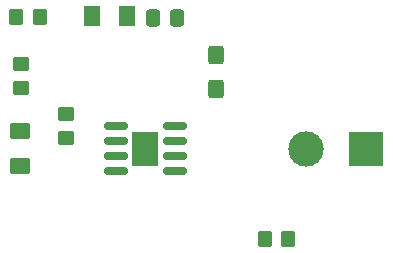
<source format=gbr>
%TF.GenerationSoftware,KiCad,Pcbnew,7.0.1-0*%
%TF.CreationDate,2023-04-21T23:39:25-07:00*%
%TF.ProjectId,Lab 2,4c616220-322e-46b6-9963-61645f706362,rev?*%
%TF.SameCoordinates,Original*%
%TF.FileFunction,Soldermask,Top*%
%TF.FilePolarity,Negative*%
%FSLAX46Y46*%
G04 Gerber Fmt 4.6, Leading zero omitted, Abs format (unit mm)*
G04 Created by KiCad (PCBNEW 7.0.1-0) date 2023-04-21 23:39:25*
%MOMM*%
%LPD*%
G01*
G04 APERTURE LIST*
G04 Aperture macros list*
%AMRoundRect*
0 Rectangle with rounded corners*
0 $1 Rounding radius*
0 $2 $3 $4 $5 $6 $7 $8 $9 X,Y pos of 4 corners*
0 Add a 4 corners polygon primitive as box body*
4,1,4,$2,$3,$4,$5,$6,$7,$8,$9,$2,$3,0*
0 Add four circle primitives for the rounded corners*
1,1,$1+$1,$2,$3*
1,1,$1+$1,$4,$5*
1,1,$1+$1,$6,$7*
1,1,$1+$1,$8,$9*
0 Add four rect primitives between the rounded corners*
20,1,$1+$1,$2,$3,$4,$5,0*
20,1,$1+$1,$4,$5,$6,$7,0*
20,1,$1+$1,$6,$7,$8,$9,0*
20,1,$1+$1,$8,$9,$2,$3,0*%
G04 Aperture macros list end*
%ADD10RoundRect,0.250000X0.337500X0.475000X-0.337500X0.475000X-0.337500X-0.475000X0.337500X-0.475000X0*%
%ADD11RoundRect,0.250000X0.350000X0.450000X-0.350000X0.450000X-0.350000X-0.450000X0.350000X-0.450000X0*%
%ADD12C,3.000000*%
%ADD13R,3.000000X3.000000*%
%ADD14RoundRect,0.250000X0.450000X-0.350000X0.450000X0.350000X-0.450000X0.350000X-0.450000X-0.350000X0*%
%ADD15RoundRect,0.250001X0.462499X0.624999X-0.462499X0.624999X-0.462499X-0.624999X0.462499X-0.624999X0*%
%ADD16RoundRect,0.250001X-0.624999X0.462499X-0.624999X-0.462499X0.624999X-0.462499X0.624999X0.462499X0*%
%ADD17RoundRect,0.250000X-0.350000X-0.450000X0.350000X-0.450000X0.350000X0.450000X-0.350000X0.450000X0*%
%ADD18RoundRect,0.250000X0.425000X-0.537500X0.425000X0.537500X-0.425000X0.537500X-0.425000X-0.537500X0*%
%ADD19RoundRect,0.150000X0.825000X0.150000X-0.825000X0.150000X-0.825000X-0.150000X0.825000X-0.150000X0*%
%ADD20R,2.290000X3.000000*%
G04 APERTURE END LIST*
D10*
%TO.C,C2*%
X141491240Y-85460000D03*
X139416240Y-85460000D03*
%TD*%
D11*
%TO.C,R1*%
X150860000Y-104140000D03*
X148860000Y-104140000D03*
%TD*%
D12*
%TO.C,J1*%
X152400000Y-96520000D03*
D13*
X157480000Y-96520000D03*
%TD*%
D14*
%TO.C,R2*%
X132071192Y-95581192D03*
X132071192Y-93581192D03*
%TD*%
D15*
%TO.C,D2*%
X137212500Y-85280000D03*
X134237500Y-85280000D03*
%TD*%
D16*
%TO.C,D1*%
X128155000Y-95032500D03*
X128155000Y-98007500D03*
%TD*%
D14*
%TO.C,R3*%
X128250000Y-91354128D03*
X128250000Y-89354128D03*
%TD*%
D17*
%TO.C,R4*%
X127858808Y-85365000D03*
X129858808Y-85365000D03*
%TD*%
D18*
%TO.C,C1*%
X144780000Y-91440000D03*
X144780000Y-88565000D03*
%TD*%
D19*
%TO.C,U1*%
X141257500Y-98425000D03*
X141257500Y-97155000D03*
X141257500Y-95885000D03*
X141257500Y-94615000D03*
X136307500Y-94615000D03*
X136307500Y-95885000D03*
X136307500Y-97155000D03*
X136307500Y-98425000D03*
D20*
X138782500Y-96520000D03*
%TD*%
M02*

</source>
